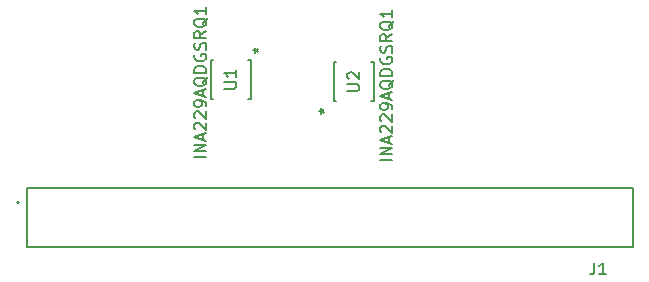
<source format=gbr>
%TF.GenerationSoftware,KiCad,Pcbnew,7.0.10*%
%TF.CreationDate,2024-02-12T14:11:09-08:00*%
%TF.ProjectId,prototypemeasurement,70726f74-6f74-4797-9065-6d6561737572,rev?*%
%TF.SameCoordinates,Original*%
%TF.FileFunction,Legend,Top*%
%TF.FilePolarity,Positive*%
%FSLAX46Y46*%
G04 Gerber Fmt 4.6, Leading zero omitted, Abs format (unit mm)*
G04 Created by KiCad (PCBNEW 7.0.10) date 2024-02-12 14:11:09*
%MOMM*%
%LPD*%
G01*
G04 APERTURE LIST*
%ADD10C,0.150000*%
%ADD11C,0.152400*%
%ADD12C,0.200000*%
G04 APERTURE END LIST*
D10*
X137392567Y-48952054D02*
X138202090Y-48952054D01*
X138202090Y-48952054D02*
X138297328Y-48904435D01*
X138297328Y-48904435D02*
X138344948Y-48856816D01*
X138344948Y-48856816D02*
X138392567Y-48761578D01*
X138392567Y-48761578D02*
X138392567Y-48571102D01*
X138392567Y-48571102D02*
X138344948Y-48475864D01*
X138344948Y-48475864D02*
X138297328Y-48428245D01*
X138297328Y-48428245D02*
X138202090Y-48380626D01*
X138202090Y-48380626D02*
X137392567Y-48380626D01*
X137487805Y-47952054D02*
X137440186Y-47904435D01*
X137440186Y-47904435D02*
X137392567Y-47809197D01*
X137392567Y-47809197D02*
X137392567Y-47571102D01*
X137392567Y-47571102D02*
X137440186Y-47475864D01*
X137440186Y-47475864D02*
X137487805Y-47428245D01*
X137487805Y-47428245D02*
X137583043Y-47380626D01*
X137583043Y-47380626D02*
X137678281Y-47380626D01*
X137678281Y-47380626D02*
X137821138Y-47428245D01*
X137821138Y-47428245D02*
X138392567Y-47999673D01*
X138392567Y-47999673D02*
X138392567Y-47380626D01*
X141170819Y-54823523D02*
X140170819Y-54823523D01*
X141170819Y-54347333D02*
X140170819Y-54347333D01*
X140170819Y-54347333D02*
X141170819Y-53775905D01*
X141170819Y-53775905D02*
X140170819Y-53775905D01*
X140885104Y-53347333D02*
X140885104Y-52871143D01*
X141170819Y-53442571D02*
X140170819Y-53109238D01*
X140170819Y-53109238D02*
X141170819Y-52775905D01*
X140266057Y-52490190D02*
X140218438Y-52442571D01*
X140218438Y-52442571D02*
X140170819Y-52347333D01*
X140170819Y-52347333D02*
X140170819Y-52109238D01*
X140170819Y-52109238D02*
X140218438Y-52014000D01*
X140218438Y-52014000D02*
X140266057Y-51966381D01*
X140266057Y-51966381D02*
X140361295Y-51918762D01*
X140361295Y-51918762D02*
X140456533Y-51918762D01*
X140456533Y-51918762D02*
X140599390Y-51966381D01*
X140599390Y-51966381D02*
X141170819Y-52537809D01*
X141170819Y-52537809D02*
X141170819Y-51918762D01*
X140266057Y-51537809D02*
X140218438Y-51490190D01*
X140218438Y-51490190D02*
X140170819Y-51394952D01*
X140170819Y-51394952D02*
X140170819Y-51156857D01*
X140170819Y-51156857D02*
X140218438Y-51061619D01*
X140218438Y-51061619D02*
X140266057Y-51014000D01*
X140266057Y-51014000D02*
X140361295Y-50966381D01*
X140361295Y-50966381D02*
X140456533Y-50966381D01*
X140456533Y-50966381D02*
X140599390Y-51014000D01*
X140599390Y-51014000D02*
X141170819Y-51585428D01*
X141170819Y-51585428D02*
X141170819Y-50966381D01*
X141170819Y-50490190D02*
X141170819Y-50299714D01*
X141170819Y-50299714D02*
X141123200Y-50204476D01*
X141123200Y-50204476D02*
X141075580Y-50156857D01*
X141075580Y-50156857D02*
X140932723Y-50061619D01*
X140932723Y-50061619D02*
X140742247Y-50014000D01*
X140742247Y-50014000D02*
X140361295Y-50014000D01*
X140361295Y-50014000D02*
X140266057Y-50061619D01*
X140266057Y-50061619D02*
X140218438Y-50109238D01*
X140218438Y-50109238D02*
X140170819Y-50204476D01*
X140170819Y-50204476D02*
X140170819Y-50394952D01*
X140170819Y-50394952D02*
X140218438Y-50490190D01*
X140218438Y-50490190D02*
X140266057Y-50537809D01*
X140266057Y-50537809D02*
X140361295Y-50585428D01*
X140361295Y-50585428D02*
X140599390Y-50585428D01*
X140599390Y-50585428D02*
X140694628Y-50537809D01*
X140694628Y-50537809D02*
X140742247Y-50490190D01*
X140742247Y-50490190D02*
X140789866Y-50394952D01*
X140789866Y-50394952D02*
X140789866Y-50204476D01*
X140789866Y-50204476D02*
X140742247Y-50109238D01*
X140742247Y-50109238D02*
X140694628Y-50061619D01*
X140694628Y-50061619D02*
X140599390Y-50014000D01*
X140885104Y-49633047D02*
X140885104Y-49156857D01*
X141170819Y-49728285D02*
X140170819Y-49394952D01*
X140170819Y-49394952D02*
X141170819Y-49061619D01*
X141266057Y-48061619D02*
X141218438Y-48156857D01*
X141218438Y-48156857D02*
X141123200Y-48252095D01*
X141123200Y-48252095D02*
X140980342Y-48394952D01*
X140980342Y-48394952D02*
X140932723Y-48490190D01*
X140932723Y-48490190D02*
X140932723Y-48585428D01*
X141170819Y-48537809D02*
X141123200Y-48633047D01*
X141123200Y-48633047D02*
X141027961Y-48728285D01*
X141027961Y-48728285D02*
X140837485Y-48775904D01*
X140837485Y-48775904D02*
X140504152Y-48775904D01*
X140504152Y-48775904D02*
X140313676Y-48728285D01*
X140313676Y-48728285D02*
X140218438Y-48633047D01*
X140218438Y-48633047D02*
X140170819Y-48537809D01*
X140170819Y-48537809D02*
X140170819Y-48347333D01*
X140170819Y-48347333D02*
X140218438Y-48252095D01*
X140218438Y-48252095D02*
X140313676Y-48156857D01*
X140313676Y-48156857D02*
X140504152Y-48109238D01*
X140504152Y-48109238D02*
X140837485Y-48109238D01*
X140837485Y-48109238D02*
X141027961Y-48156857D01*
X141027961Y-48156857D02*
X141123200Y-48252095D01*
X141123200Y-48252095D02*
X141170819Y-48347333D01*
X141170819Y-48347333D02*
X141170819Y-48537809D01*
X141170819Y-47680666D02*
X140170819Y-47680666D01*
X140170819Y-47680666D02*
X140170819Y-47442571D01*
X140170819Y-47442571D02*
X140218438Y-47299714D01*
X140218438Y-47299714D02*
X140313676Y-47204476D01*
X140313676Y-47204476D02*
X140408914Y-47156857D01*
X140408914Y-47156857D02*
X140599390Y-47109238D01*
X140599390Y-47109238D02*
X140742247Y-47109238D01*
X140742247Y-47109238D02*
X140932723Y-47156857D01*
X140932723Y-47156857D02*
X141027961Y-47204476D01*
X141027961Y-47204476D02*
X141123200Y-47299714D01*
X141123200Y-47299714D02*
X141170819Y-47442571D01*
X141170819Y-47442571D02*
X141170819Y-47680666D01*
X140218438Y-46156857D02*
X140170819Y-46252095D01*
X140170819Y-46252095D02*
X140170819Y-46394952D01*
X140170819Y-46394952D02*
X140218438Y-46537809D01*
X140218438Y-46537809D02*
X140313676Y-46633047D01*
X140313676Y-46633047D02*
X140408914Y-46680666D01*
X140408914Y-46680666D02*
X140599390Y-46728285D01*
X140599390Y-46728285D02*
X140742247Y-46728285D01*
X140742247Y-46728285D02*
X140932723Y-46680666D01*
X140932723Y-46680666D02*
X141027961Y-46633047D01*
X141027961Y-46633047D02*
X141123200Y-46537809D01*
X141123200Y-46537809D02*
X141170819Y-46394952D01*
X141170819Y-46394952D02*
X141170819Y-46299714D01*
X141170819Y-46299714D02*
X141123200Y-46156857D01*
X141123200Y-46156857D02*
X141075580Y-46109238D01*
X141075580Y-46109238D02*
X140742247Y-46109238D01*
X140742247Y-46109238D02*
X140742247Y-46299714D01*
X141123200Y-45728285D02*
X141170819Y-45585428D01*
X141170819Y-45585428D02*
X141170819Y-45347333D01*
X141170819Y-45347333D02*
X141123200Y-45252095D01*
X141123200Y-45252095D02*
X141075580Y-45204476D01*
X141075580Y-45204476D02*
X140980342Y-45156857D01*
X140980342Y-45156857D02*
X140885104Y-45156857D01*
X140885104Y-45156857D02*
X140789866Y-45204476D01*
X140789866Y-45204476D02*
X140742247Y-45252095D01*
X140742247Y-45252095D02*
X140694628Y-45347333D01*
X140694628Y-45347333D02*
X140647009Y-45537809D01*
X140647009Y-45537809D02*
X140599390Y-45633047D01*
X140599390Y-45633047D02*
X140551771Y-45680666D01*
X140551771Y-45680666D02*
X140456533Y-45728285D01*
X140456533Y-45728285D02*
X140361295Y-45728285D01*
X140361295Y-45728285D02*
X140266057Y-45680666D01*
X140266057Y-45680666D02*
X140218438Y-45633047D01*
X140218438Y-45633047D02*
X140170819Y-45537809D01*
X140170819Y-45537809D02*
X140170819Y-45299714D01*
X140170819Y-45299714D02*
X140218438Y-45156857D01*
X141170819Y-44156857D02*
X140694628Y-44490190D01*
X141170819Y-44728285D02*
X140170819Y-44728285D01*
X140170819Y-44728285D02*
X140170819Y-44347333D01*
X140170819Y-44347333D02*
X140218438Y-44252095D01*
X140218438Y-44252095D02*
X140266057Y-44204476D01*
X140266057Y-44204476D02*
X140361295Y-44156857D01*
X140361295Y-44156857D02*
X140504152Y-44156857D01*
X140504152Y-44156857D02*
X140599390Y-44204476D01*
X140599390Y-44204476D02*
X140647009Y-44252095D01*
X140647009Y-44252095D02*
X140694628Y-44347333D01*
X140694628Y-44347333D02*
X140694628Y-44728285D01*
X141266057Y-43061619D02*
X141218438Y-43156857D01*
X141218438Y-43156857D02*
X141123200Y-43252095D01*
X141123200Y-43252095D02*
X140980342Y-43394952D01*
X140980342Y-43394952D02*
X140932723Y-43490190D01*
X140932723Y-43490190D02*
X140932723Y-43585428D01*
X141170819Y-43537809D02*
X141123200Y-43633047D01*
X141123200Y-43633047D02*
X141027961Y-43728285D01*
X141027961Y-43728285D02*
X140837485Y-43775904D01*
X140837485Y-43775904D02*
X140504152Y-43775904D01*
X140504152Y-43775904D02*
X140313676Y-43728285D01*
X140313676Y-43728285D02*
X140218438Y-43633047D01*
X140218438Y-43633047D02*
X140170819Y-43537809D01*
X140170819Y-43537809D02*
X140170819Y-43347333D01*
X140170819Y-43347333D02*
X140218438Y-43252095D01*
X140218438Y-43252095D02*
X140313676Y-43156857D01*
X140313676Y-43156857D02*
X140504152Y-43109238D01*
X140504152Y-43109238D02*
X140837485Y-43109238D01*
X140837485Y-43109238D02*
X141027961Y-43156857D01*
X141027961Y-43156857D02*
X141123200Y-43252095D01*
X141123200Y-43252095D02*
X141170819Y-43347333D01*
X141170819Y-43347333D02*
X141170819Y-43537809D01*
X141170819Y-42156857D02*
X141170819Y-42728285D01*
X141170819Y-42442571D02*
X140170819Y-42442571D01*
X140170819Y-42442571D02*
X140313676Y-42537809D01*
X140313676Y-42537809D02*
X140408914Y-42633047D01*
X140408914Y-42633047D02*
X140456533Y-42728285D01*
X134969915Y-50660299D02*
X135208010Y-50660299D01*
X135112772Y-50898394D02*
X135208010Y-50660299D01*
X135208010Y-50660299D02*
X135112772Y-50422204D01*
X135398486Y-50803156D02*
X135208010Y-50660299D01*
X135208010Y-50660299D02*
X135398486Y-50517442D01*
X158286666Y-63504819D02*
X158286666Y-64219104D01*
X158286666Y-64219104D02*
X158239047Y-64361961D01*
X158239047Y-64361961D02*
X158143809Y-64457200D01*
X158143809Y-64457200D02*
X158000952Y-64504819D01*
X158000952Y-64504819D02*
X157905714Y-64504819D01*
X159286666Y-64504819D02*
X158715238Y-64504819D01*
X159000952Y-64504819D02*
X159000952Y-63504819D01*
X159000952Y-63504819D02*
X158905714Y-63647676D01*
X158905714Y-63647676D02*
X158810476Y-63742914D01*
X158810476Y-63742914D02*
X158715238Y-63790533D01*
X126962819Y-48767904D02*
X127772342Y-48767904D01*
X127772342Y-48767904D02*
X127867580Y-48720285D01*
X127867580Y-48720285D02*
X127915200Y-48672666D01*
X127915200Y-48672666D02*
X127962819Y-48577428D01*
X127962819Y-48577428D02*
X127962819Y-48386952D01*
X127962819Y-48386952D02*
X127915200Y-48291714D01*
X127915200Y-48291714D02*
X127867580Y-48244095D01*
X127867580Y-48244095D02*
X127772342Y-48196476D01*
X127772342Y-48196476D02*
X126962819Y-48196476D01*
X127962819Y-47196476D02*
X127962819Y-47767904D01*
X127962819Y-47482190D02*
X126962819Y-47482190D01*
X126962819Y-47482190D02*
X127105676Y-47577428D01*
X127105676Y-47577428D02*
X127200914Y-47672666D01*
X127200914Y-47672666D02*
X127248533Y-47767904D01*
X125422819Y-54569523D02*
X124422819Y-54569523D01*
X125422819Y-54093333D02*
X124422819Y-54093333D01*
X124422819Y-54093333D02*
X125422819Y-53521905D01*
X125422819Y-53521905D02*
X124422819Y-53521905D01*
X125137104Y-53093333D02*
X125137104Y-52617143D01*
X125422819Y-53188571D02*
X124422819Y-52855238D01*
X124422819Y-52855238D02*
X125422819Y-52521905D01*
X124518057Y-52236190D02*
X124470438Y-52188571D01*
X124470438Y-52188571D02*
X124422819Y-52093333D01*
X124422819Y-52093333D02*
X124422819Y-51855238D01*
X124422819Y-51855238D02*
X124470438Y-51760000D01*
X124470438Y-51760000D02*
X124518057Y-51712381D01*
X124518057Y-51712381D02*
X124613295Y-51664762D01*
X124613295Y-51664762D02*
X124708533Y-51664762D01*
X124708533Y-51664762D02*
X124851390Y-51712381D01*
X124851390Y-51712381D02*
X125422819Y-52283809D01*
X125422819Y-52283809D02*
X125422819Y-51664762D01*
X124518057Y-51283809D02*
X124470438Y-51236190D01*
X124470438Y-51236190D02*
X124422819Y-51140952D01*
X124422819Y-51140952D02*
X124422819Y-50902857D01*
X124422819Y-50902857D02*
X124470438Y-50807619D01*
X124470438Y-50807619D02*
X124518057Y-50760000D01*
X124518057Y-50760000D02*
X124613295Y-50712381D01*
X124613295Y-50712381D02*
X124708533Y-50712381D01*
X124708533Y-50712381D02*
X124851390Y-50760000D01*
X124851390Y-50760000D02*
X125422819Y-51331428D01*
X125422819Y-51331428D02*
X125422819Y-50712381D01*
X125422819Y-50236190D02*
X125422819Y-50045714D01*
X125422819Y-50045714D02*
X125375200Y-49950476D01*
X125375200Y-49950476D02*
X125327580Y-49902857D01*
X125327580Y-49902857D02*
X125184723Y-49807619D01*
X125184723Y-49807619D02*
X124994247Y-49760000D01*
X124994247Y-49760000D02*
X124613295Y-49760000D01*
X124613295Y-49760000D02*
X124518057Y-49807619D01*
X124518057Y-49807619D02*
X124470438Y-49855238D01*
X124470438Y-49855238D02*
X124422819Y-49950476D01*
X124422819Y-49950476D02*
X124422819Y-50140952D01*
X124422819Y-50140952D02*
X124470438Y-50236190D01*
X124470438Y-50236190D02*
X124518057Y-50283809D01*
X124518057Y-50283809D02*
X124613295Y-50331428D01*
X124613295Y-50331428D02*
X124851390Y-50331428D01*
X124851390Y-50331428D02*
X124946628Y-50283809D01*
X124946628Y-50283809D02*
X124994247Y-50236190D01*
X124994247Y-50236190D02*
X125041866Y-50140952D01*
X125041866Y-50140952D02*
X125041866Y-49950476D01*
X125041866Y-49950476D02*
X124994247Y-49855238D01*
X124994247Y-49855238D02*
X124946628Y-49807619D01*
X124946628Y-49807619D02*
X124851390Y-49760000D01*
X125137104Y-49379047D02*
X125137104Y-48902857D01*
X125422819Y-49474285D02*
X124422819Y-49140952D01*
X124422819Y-49140952D02*
X125422819Y-48807619D01*
X125518057Y-47807619D02*
X125470438Y-47902857D01*
X125470438Y-47902857D02*
X125375200Y-47998095D01*
X125375200Y-47998095D02*
X125232342Y-48140952D01*
X125232342Y-48140952D02*
X125184723Y-48236190D01*
X125184723Y-48236190D02*
X125184723Y-48331428D01*
X125422819Y-48283809D02*
X125375200Y-48379047D01*
X125375200Y-48379047D02*
X125279961Y-48474285D01*
X125279961Y-48474285D02*
X125089485Y-48521904D01*
X125089485Y-48521904D02*
X124756152Y-48521904D01*
X124756152Y-48521904D02*
X124565676Y-48474285D01*
X124565676Y-48474285D02*
X124470438Y-48379047D01*
X124470438Y-48379047D02*
X124422819Y-48283809D01*
X124422819Y-48283809D02*
X124422819Y-48093333D01*
X124422819Y-48093333D02*
X124470438Y-47998095D01*
X124470438Y-47998095D02*
X124565676Y-47902857D01*
X124565676Y-47902857D02*
X124756152Y-47855238D01*
X124756152Y-47855238D02*
X125089485Y-47855238D01*
X125089485Y-47855238D02*
X125279961Y-47902857D01*
X125279961Y-47902857D02*
X125375200Y-47998095D01*
X125375200Y-47998095D02*
X125422819Y-48093333D01*
X125422819Y-48093333D02*
X125422819Y-48283809D01*
X125422819Y-47426666D02*
X124422819Y-47426666D01*
X124422819Y-47426666D02*
X124422819Y-47188571D01*
X124422819Y-47188571D02*
X124470438Y-47045714D01*
X124470438Y-47045714D02*
X124565676Y-46950476D01*
X124565676Y-46950476D02*
X124660914Y-46902857D01*
X124660914Y-46902857D02*
X124851390Y-46855238D01*
X124851390Y-46855238D02*
X124994247Y-46855238D01*
X124994247Y-46855238D02*
X125184723Y-46902857D01*
X125184723Y-46902857D02*
X125279961Y-46950476D01*
X125279961Y-46950476D02*
X125375200Y-47045714D01*
X125375200Y-47045714D02*
X125422819Y-47188571D01*
X125422819Y-47188571D02*
X125422819Y-47426666D01*
X124470438Y-45902857D02*
X124422819Y-45998095D01*
X124422819Y-45998095D02*
X124422819Y-46140952D01*
X124422819Y-46140952D02*
X124470438Y-46283809D01*
X124470438Y-46283809D02*
X124565676Y-46379047D01*
X124565676Y-46379047D02*
X124660914Y-46426666D01*
X124660914Y-46426666D02*
X124851390Y-46474285D01*
X124851390Y-46474285D02*
X124994247Y-46474285D01*
X124994247Y-46474285D02*
X125184723Y-46426666D01*
X125184723Y-46426666D02*
X125279961Y-46379047D01*
X125279961Y-46379047D02*
X125375200Y-46283809D01*
X125375200Y-46283809D02*
X125422819Y-46140952D01*
X125422819Y-46140952D02*
X125422819Y-46045714D01*
X125422819Y-46045714D02*
X125375200Y-45902857D01*
X125375200Y-45902857D02*
X125327580Y-45855238D01*
X125327580Y-45855238D02*
X124994247Y-45855238D01*
X124994247Y-45855238D02*
X124994247Y-46045714D01*
X125375200Y-45474285D02*
X125422819Y-45331428D01*
X125422819Y-45331428D02*
X125422819Y-45093333D01*
X125422819Y-45093333D02*
X125375200Y-44998095D01*
X125375200Y-44998095D02*
X125327580Y-44950476D01*
X125327580Y-44950476D02*
X125232342Y-44902857D01*
X125232342Y-44902857D02*
X125137104Y-44902857D01*
X125137104Y-44902857D02*
X125041866Y-44950476D01*
X125041866Y-44950476D02*
X124994247Y-44998095D01*
X124994247Y-44998095D02*
X124946628Y-45093333D01*
X124946628Y-45093333D02*
X124899009Y-45283809D01*
X124899009Y-45283809D02*
X124851390Y-45379047D01*
X124851390Y-45379047D02*
X124803771Y-45426666D01*
X124803771Y-45426666D02*
X124708533Y-45474285D01*
X124708533Y-45474285D02*
X124613295Y-45474285D01*
X124613295Y-45474285D02*
X124518057Y-45426666D01*
X124518057Y-45426666D02*
X124470438Y-45379047D01*
X124470438Y-45379047D02*
X124422819Y-45283809D01*
X124422819Y-45283809D02*
X124422819Y-45045714D01*
X124422819Y-45045714D02*
X124470438Y-44902857D01*
X125422819Y-43902857D02*
X124946628Y-44236190D01*
X125422819Y-44474285D02*
X124422819Y-44474285D01*
X124422819Y-44474285D02*
X124422819Y-44093333D01*
X124422819Y-44093333D02*
X124470438Y-43998095D01*
X124470438Y-43998095D02*
X124518057Y-43950476D01*
X124518057Y-43950476D02*
X124613295Y-43902857D01*
X124613295Y-43902857D02*
X124756152Y-43902857D01*
X124756152Y-43902857D02*
X124851390Y-43950476D01*
X124851390Y-43950476D02*
X124899009Y-43998095D01*
X124899009Y-43998095D02*
X124946628Y-44093333D01*
X124946628Y-44093333D02*
X124946628Y-44474285D01*
X125518057Y-42807619D02*
X125470438Y-42902857D01*
X125470438Y-42902857D02*
X125375200Y-42998095D01*
X125375200Y-42998095D02*
X125232342Y-43140952D01*
X125232342Y-43140952D02*
X125184723Y-43236190D01*
X125184723Y-43236190D02*
X125184723Y-43331428D01*
X125422819Y-43283809D02*
X125375200Y-43379047D01*
X125375200Y-43379047D02*
X125279961Y-43474285D01*
X125279961Y-43474285D02*
X125089485Y-43521904D01*
X125089485Y-43521904D02*
X124756152Y-43521904D01*
X124756152Y-43521904D02*
X124565676Y-43474285D01*
X124565676Y-43474285D02*
X124470438Y-43379047D01*
X124470438Y-43379047D02*
X124422819Y-43283809D01*
X124422819Y-43283809D02*
X124422819Y-43093333D01*
X124422819Y-43093333D02*
X124470438Y-42998095D01*
X124470438Y-42998095D02*
X124565676Y-42902857D01*
X124565676Y-42902857D02*
X124756152Y-42855238D01*
X124756152Y-42855238D02*
X125089485Y-42855238D01*
X125089485Y-42855238D02*
X125279961Y-42902857D01*
X125279961Y-42902857D02*
X125375200Y-42998095D01*
X125375200Y-42998095D02*
X125422819Y-43093333D01*
X125422819Y-43093333D02*
X125422819Y-43283809D01*
X125422819Y-41902857D02*
X125422819Y-42474285D01*
X125422819Y-42188571D02*
X124422819Y-42188571D01*
X124422819Y-42188571D02*
X124565676Y-42283809D01*
X124565676Y-42283809D02*
X124660914Y-42379047D01*
X124660914Y-42379047D02*
X124708533Y-42474285D01*
X129385471Y-45535849D02*
X129623566Y-45535849D01*
X129528328Y-45773944D02*
X129623566Y-45535849D01*
X129623566Y-45535849D02*
X129528328Y-45297754D01*
X129814042Y-45678706D02*
X129623566Y-45535849D01*
X129623566Y-45535849D02*
X129814042Y-45392992D01*
D11*
%TO.C,U2*%
X136261348Y-49866550D02*
X136465056Y-49866550D01*
X139410440Y-49866550D02*
X139614148Y-49866550D01*
X139614148Y-49866550D02*
X139614148Y-46513750D01*
X136261348Y-46513750D02*
X136261348Y-49866550D01*
X136465056Y-46513750D02*
X136261348Y-46513750D01*
X139614148Y-46513750D02*
X139410440Y-46513750D01*
D12*
%TO.C,J1*%
X161545000Y-62165000D02*
X110235000Y-62165000D01*
X161545000Y-57215000D02*
X161545000Y-62165000D01*
X110235000Y-62165000D02*
X110235000Y-57215000D01*
X110235000Y-57215000D02*
X161545000Y-57215000D01*
X109585000Y-58420000D02*
G75*
G03*
X109385000Y-58420000I-100000J0D01*
G01*
X109385000Y-58420000D02*
G75*
G03*
X109585000Y-58420000I100000J0D01*
G01*
D11*
%TO.C,U1*%
X129184400Y-46329600D02*
X128980692Y-46329600D01*
X126035308Y-46329600D02*
X125831600Y-46329600D01*
X125831600Y-46329600D02*
X125831600Y-49682400D01*
X129184400Y-49682400D02*
X129184400Y-46329600D01*
X128980692Y-49682400D02*
X129184400Y-49682400D01*
X125831600Y-49682400D02*
X126035308Y-49682400D01*
%TD*%
M02*

</source>
